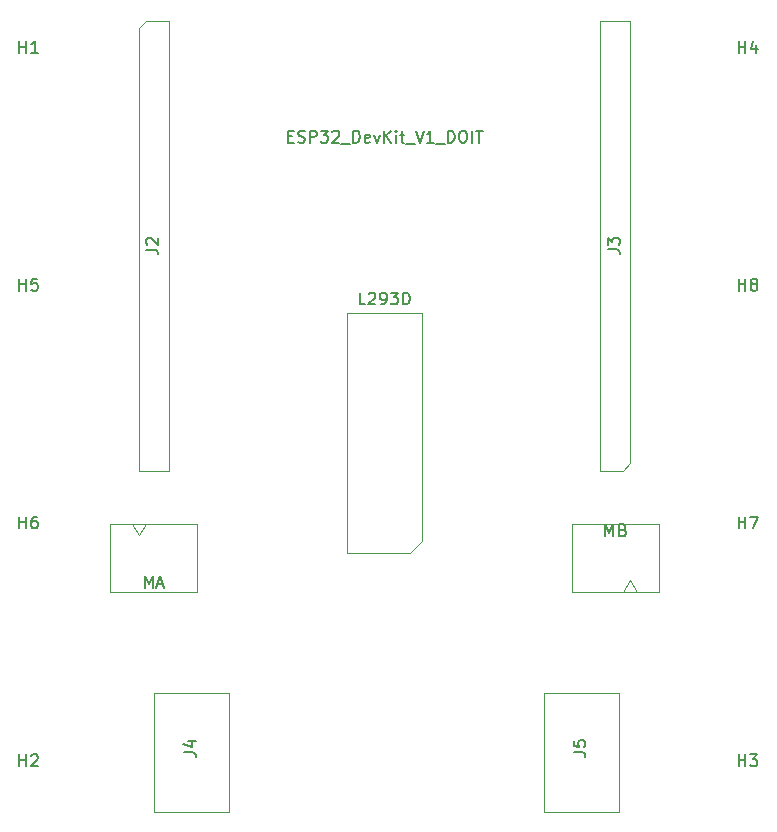
<source format=gbr>
%TF.GenerationSoftware,KiCad,Pcbnew,(7.0.0)*%
%TF.CreationDate,2023-03-13T08:12:35+05:30*%
%TF.ProjectId,Stem,5374656d-2e6b-4696-9361-645f70636258,1.0*%
%TF.SameCoordinates,Original*%
%TF.FileFunction,AssemblyDrawing,Top*%
%FSLAX46Y46*%
G04 Gerber Fmt 4.6, Leading zero omitted, Abs format (unit mm)*
G04 Created by KiCad (PCBNEW (7.0.0)) date 2023-03-13 08:12:35*
%MOMM*%
%LPD*%
G01*
G04 APERTURE LIST*
%ADD10C,0.150000*%
%ADD11C,0.100000*%
G04 APERTURE END LIST*
D10*
%TO.C,H3*%
X177218095Y-108187380D02*
X177218095Y-107187380D01*
X177218095Y-107663571D02*
X177789523Y-107663571D01*
X177789523Y-108187380D02*
X177789523Y-107187380D01*
X178170476Y-107187380D02*
X178789523Y-107187380D01*
X178789523Y-107187380D02*
X178456190Y-107568333D01*
X178456190Y-107568333D02*
X178599047Y-107568333D01*
X178599047Y-107568333D02*
X178694285Y-107615952D01*
X178694285Y-107615952D02*
X178741904Y-107663571D01*
X178741904Y-107663571D02*
X178789523Y-107758809D01*
X178789523Y-107758809D02*
X178789523Y-107996904D01*
X178789523Y-107996904D02*
X178741904Y-108092142D01*
X178741904Y-108092142D02*
X178694285Y-108139761D01*
X178694285Y-108139761D02*
X178599047Y-108187380D01*
X178599047Y-108187380D02*
X178313333Y-108187380D01*
X178313333Y-108187380D02*
X178218095Y-108139761D01*
X178218095Y-108139761D02*
X178170476Y-108092142D01*
%TO.C,J3*%
X166140880Y-64433333D02*
X166855166Y-64433333D01*
X166855166Y-64433333D02*
X166998023Y-64480952D01*
X166998023Y-64480952D02*
X167093261Y-64576190D01*
X167093261Y-64576190D02*
X167140880Y-64719047D01*
X167140880Y-64719047D02*
X167140880Y-64814285D01*
X166140880Y-64052380D02*
X166140880Y-63433333D01*
X166140880Y-63433333D02*
X166521833Y-63766666D01*
X166521833Y-63766666D02*
X166521833Y-63623809D01*
X166521833Y-63623809D02*
X166569452Y-63528571D01*
X166569452Y-63528571D02*
X166617071Y-63480952D01*
X166617071Y-63480952D02*
X166712309Y-63433333D01*
X166712309Y-63433333D02*
X166950404Y-63433333D01*
X166950404Y-63433333D02*
X167045642Y-63480952D01*
X167045642Y-63480952D02*
X167093261Y-63528571D01*
X167093261Y-63528571D02*
X167140880Y-63623809D01*
X167140880Y-63623809D02*
X167140880Y-63909523D01*
X167140880Y-63909523D02*
X167093261Y-64004761D01*
X167093261Y-64004761D02*
X167045642Y-64052380D01*
%TO.C,U2*%
X139063333Y-54853571D02*
X139396666Y-54853571D01*
X139539523Y-55377380D02*
X139063333Y-55377380D01*
X139063333Y-55377380D02*
X139063333Y-54377380D01*
X139063333Y-54377380D02*
X139539523Y-54377380D01*
X139920476Y-55329761D02*
X140063333Y-55377380D01*
X140063333Y-55377380D02*
X140301428Y-55377380D01*
X140301428Y-55377380D02*
X140396666Y-55329761D01*
X140396666Y-55329761D02*
X140444285Y-55282142D01*
X140444285Y-55282142D02*
X140491904Y-55186904D01*
X140491904Y-55186904D02*
X140491904Y-55091666D01*
X140491904Y-55091666D02*
X140444285Y-54996428D01*
X140444285Y-54996428D02*
X140396666Y-54948809D01*
X140396666Y-54948809D02*
X140301428Y-54901190D01*
X140301428Y-54901190D02*
X140110952Y-54853571D01*
X140110952Y-54853571D02*
X140015714Y-54805952D01*
X140015714Y-54805952D02*
X139968095Y-54758333D01*
X139968095Y-54758333D02*
X139920476Y-54663095D01*
X139920476Y-54663095D02*
X139920476Y-54567857D01*
X139920476Y-54567857D02*
X139968095Y-54472619D01*
X139968095Y-54472619D02*
X140015714Y-54425000D01*
X140015714Y-54425000D02*
X140110952Y-54377380D01*
X140110952Y-54377380D02*
X140349047Y-54377380D01*
X140349047Y-54377380D02*
X140491904Y-54425000D01*
X140920476Y-55377380D02*
X140920476Y-54377380D01*
X140920476Y-54377380D02*
X141301428Y-54377380D01*
X141301428Y-54377380D02*
X141396666Y-54425000D01*
X141396666Y-54425000D02*
X141444285Y-54472619D01*
X141444285Y-54472619D02*
X141491904Y-54567857D01*
X141491904Y-54567857D02*
X141491904Y-54710714D01*
X141491904Y-54710714D02*
X141444285Y-54805952D01*
X141444285Y-54805952D02*
X141396666Y-54853571D01*
X141396666Y-54853571D02*
X141301428Y-54901190D01*
X141301428Y-54901190D02*
X140920476Y-54901190D01*
X141825238Y-54377380D02*
X142444285Y-54377380D01*
X142444285Y-54377380D02*
X142110952Y-54758333D01*
X142110952Y-54758333D02*
X142253809Y-54758333D01*
X142253809Y-54758333D02*
X142349047Y-54805952D01*
X142349047Y-54805952D02*
X142396666Y-54853571D01*
X142396666Y-54853571D02*
X142444285Y-54948809D01*
X142444285Y-54948809D02*
X142444285Y-55186904D01*
X142444285Y-55186904D02*
X142396666Y-55282142D01*
X142396666Y-55282142D02*
X142349047Y-55329761D01*
X142349047Y-55329761D02*
X142253809Y-55377380D01*
X142253809Y-55377380D02*
X141968095Y-55377380D01*
X141968095Y-55377380D02*
X141872857Y-55329761D01*
X141872857Y-55329761D02*
X141825238Y-55282142D01*
X142825238Y-54472619D02*
X142872857Y-54425000D01*
X142872857Y-54425000D02*
X142968095Y-54377380D01*
X142968095Y-54377380D02*
X143206190Y-54377380D01*
X143206190Y-54377380D02*
X143301428Y-54425000D01*
X143301428Y-54425000D02*
X143349047Y-54472619D01*
X143349047Y-54472619D02*
X143396666Y-54567857D01*
X143396666Y-54567857D02*
X143396666Y-54663095D01*
X143396666Y-54663095D02*
X143349047Y-54805952D01*
X143349047Y-54805952D02*
X142777619Y-55377380D01*
X142777619Y-55377380D02*
X143396666Y-55377380D01*
X143587143Y-55472619D02*
X144349047Y-55472619D01*
X144587143Y-55377380D02*
X144587143Y-54377380D01*
X144587143Y-54377380D02*
X144825238Y-54377380D01*
X144825238Y-54377380D02*
X144968095Y-54425000D01*
X144968095Y-54425000D02*
X145063333Y-54520238D01*
X145063333Y-54520238D02*
X145110952Y-54615476D01*
X145110952Y-54615476D02*
X145158571Y-54805952D01*
X145158571Y-54805952D02*
X145158571Y-54948809D01*
X145158571Y-54948809D02*
X145110952Y-55139285D01*
X145110952Y-55139285D02*
X145063333Y-55234523D01*
X145063333Y-55234523D02*
X144968095Y-55329761D01*
X144968095Y-55329761D02*
X144825238Y-55377380D01*
X144825238Y-55377380D02*
X144587143Y-55377380D01*
X145968095Y-55329761D02*
X145872857Y-55377380D01*
X145872857Y-55377380D02*
X145682381Y-55377380D01*
X145682381Y-55377380D02*
X145587143Y-55329761D01*
X145587143Y-55329761D02*
X145539524Y-55234523D01*
X145539524Y-55234523D02*
X145539524Y-54853571D01*
X145539524Y-54853571D02*
X145587143Y-54758333D01*
X145587143Y-54758333D02*
X145682381Y-54710714D01*
X145682381Y-54710714D02*
X145872857Y-54710714D01*
X145872857Y-54710714D02*
X145968095Y-54758333D01*
X145968095Y-54758333D02*
X146015714Y-54853571D01*
X146015714Y-54853571D02*
X146015714Y-54948809D01*
X146015714Y-54948809D02*
X145539524Y-55044047D01*
X146349048Y-54710714D02*
X146587143Y-55377380D01*
X146587143Y-55377380D02*
X146825238Y-54710714D01*
X147206191Y-55377380D02*
X147206191Y-54377380D01*
X147777619Y-55377380D02*
X147349048Y-54805952D01*
X147777619Y-54377380D02*
X147206191Y-54948809D01*
X148206191Y-55377380D02*
X148206191Y-54710714D01*
X148206191Y-54377380D02*
X148158572Y-54425000D01*
X148158572Y-54425000D02*
X148206191Y-54472619D01*
X148206191Y-54472619D02*
X148253810Y-54425000D01*
X148253810Y-54425000D02*
X148206191Y-54377380D01*
X148206191Y-54377380D02*
X148206191Y-54472619D01*
X148539524Y-54710714D02*
X148920476Y-54710714D01*
X148682381Y-54377380D02*
X148682381Y-55234523D01*
X148682381Y-55234523D02*
X148730000Y-55329761D01*
X148730000Y-55329761D02*
X148825238Y-55377380D01*
X148825238Y-55377380D02*
X148920476Y-55377380D01*
X149015715Y-55472619D02*
X149777619Y-55472619D01*
X149872858Y-54377380D02*
X150206191Y-55377380D01*
X150206191Y-55377380D02*
X150539524Y-54377380D01*
X151396667Y-55377380D02*
X150825239Y-55377380D01*
X151110953Y-55377380D02*
X151110953Y-54377380D01*
X151110953Y-54377380D02*
X151015715Y-54520238D01*
X151015715Y-54520238D02*
X150920477Y-54615476D01*
X150920477Y-54615476D02*
X150825239Y-54663095D01*
X151587144Y-55472619D02*
X152349048Y-55472619D01*
X152587144Y-55377380D02*
X152587144Y-54377380D01*
X152587144Y-54377380D02*
X152825239Y-54377380D01*
X152825239Y-54377380D02*
X152968096Y-54425000D01*
X152968096Y-54425000D02*
X153063334Y-54520238D01*
X153063334Y-54520238D02*
X153110953Y-54615476D01*
X153110953Y-54615476D02*
X153158572Y-54805952D01*
X153158572Y-54805952D02*
X153158572Y-54948809D01*
X153158572Y-54948809D02*
X153110953Y-55139285D01*
X153110953Y-55139285D02*
X153063334Y-55234523D01*
X153063334Y-55234523D02*
X152968096Y-55329761D01*
X152968096Y-55329761D02*
X152825239Y-55377380D01*
X152825239Y-55377380D02*
X152587144Y-55377380D01*
X153777620Y-54377380D02*
X153968096Y-54377380D01*
X153968096Y-54377380D02*
X154063334Y-54425000D01*
X154063334Y-54425000D02*
X154158572Y-54520238D01*
X154158572Y-54520238D02*
X154206191Y-54710714D01*
X154206191Y-54710714D02*
X154206191Y-55044047D01*
X154206191Y-55044047D02*
X154158572Y-55234523D01*
X154158572Y-55234523D02*
X154063334Y-55329761D01*
X154063334Y-55329761D02*
X153968096Y-55377380D01*
X153968096Y-55377380D02*
X153777620Y-55377380D01*
X153777620Y-55377380D02*
X153682382Y-55329761D01*
X153682382Y-55329761D02*
X153587144Y-55234523D01*
X153587144Y-55234523D02*
X153539525Y-55044047D01*
X153539525Y-55044047D02*
X153539525Y-54710714D01*
X153539525Y-54710714D02*
X153587144Y-54520238D01*
X153587144Y-54520238D02*
X153682382Y-54425000D01*
X153682382Y-54425000D02*
X153777620Y-54377380D01*
X154634763Y-55377380D02*
X154634763Y-54377380D01*
X154968096Y-54377380D02*
X155539524Y-54377380D01*
X155253810Y-55377380D02*
X155253810Y-54377380D01*
%TO.C,H7*%
X177218095Y-88054046D02*
X177218095Y-87054046D01*
X177218095Y-87530237D02*
X177789523Y-87530237D01*
X177789523Y-88054046D02*
X177789523Y-87054046D01*
X178170476Y-87054046D02*
X178837142Y-87054046D01*
X178837142Y-87054046D02*
X178408571Y-88054046D01*
%TO.C,H8*%
X177218095Y-67920713D02*
X177218095Y-66920713D01*
X177218095Y-67396904D02*
X177789523Y-67396904D01*
X177789523Y-67920713D02*
X177789523Y-66920713D01*
X178408571Y-67349285D02*
X178313333Y-67301666D01*
X178313333Y-67301666D02*
X178265714Y-67254047D01*
X178265714Y-67254047D02*
X178218095Y-67158809D01*
X178218095Y-67158809D02*
X178218095Y-67111190D01*
X178218095Y-67111190D02*
X178265714Y-67015952D01*
X178265714Y-67015952D02*
X178313333Y-66968333D01*
X178313333Y-66968333D02*
X178408571Y-66920713D01*
X178408571Y-66920713D02*
X178599047Y-66920713D01*
X178599047Y-66920713D02*
X178694285Y-66968333D01*
X178694285Y-66968333D02*
X178741904Y-67015952D01*
X178741904Y-67015952D02*
X178789523Y-67111190D01*
X178789523Y-67111190D02*
X178789523Y-67158809D01*
X178789523Y-67158809D02*
X178741904Y-67254047D01*
X178741904Y-67254047D02*
X178694285Y-67301666D01*
X178694285Y-67301666D02*
X178599047Y-67349285D01*
X178599047Y-67349285D02*
X178408571Y-67349285D01*
X178408571Y-67349285D02*
X178313333Y-67396904D01*
X178313333Y-67396904D02*
X178265714Y-67444523D01*
X178265714Y-67444523D02*
X178218095Y-67539761D01*
X178218095Y-67539761D02*
X178218095Y-67730237D01*
X178218095Y-67730237D02*
X178265714Y-67825475D01*
X178265714Y-67825475D02*
X178313333Y-67873094D01*
X178313333Y-67873094D02*
X178408571Y-67920713D01*
X178408571Y-67920713D02*
X178599047Y-67920713D01*
X178599047Y-67920713D02*
X178694285Y-67873094D01*
X178694285Y-67873094D02*
X178741904Y-67825475D01*
X178741904Y-67825475D02*
X178789523Y-67730237D01*
X178789523Y-67730237D02*
X178789523Y-67539761D01*
X178789523Y-67539761D02*
X178741904Y-67444523D01*
X178741904Y-67444523D02*
X178694285Y-67396904D01*
X178694285Y-67396904D02*
X178599047Y-67349285D01*
%TO.C,H4*%
X177218095Y-47787380D02*
X177218095Y-46787380D01*
X177218095Y-47263571D02*
X177789523Y-47263571D01*
X177789523Y-47787380D02*
X177789523Y-46787380D01*
X178694285Y-47120714D02*
X178694285Y-47787380D01*
X178456190Y-46739761D02*
X178218095Y-47454047D01*
X178218095Y-47454047D02*
X178837142Y-47454047D01*
%TO.C,H2*%
X116318095Y-108187380D02*
X116318095Y-107187380D01*
X116318095Y-107663571D02*
X116889523Y-107663571D01*
X116889523Y-108187380D02*
X116889523Y-107187380D01*
X117318095Y-107282619D02*
X117365714Y-107235000D01*
X117365714Y-107235000D02*
X117460952Y-107187380D01*
X117460952Y-107187380D02*
X117699047Y-107187380D01*
X117699047Y-107187380D02*
X117794285Y-107235000D01*
X117794285Y-107235000D02*
X117841904Y-107282619D01*
X117841904Y-107282619D02*
X117889523Y-107377857D01*
X117889523Y-107377857D02*
X117889523Y-107473095D01*
X117889523Y-107473095D02*
X117841904Y-107615952D01*
X117841904Y-107615952D02*
X117270476Y-108187380D01*
X117270476Y-108187380D02*
X117889523Y-108187380D01*
%TO.C,H1*%
X116318095Y-47787380D02*
X116318095Y-46787380D01*
X116318095Y-47263571D02*
X116889523Y-47263571D01*
X116889523Y-47787380D02*
X116889523Y-46787380D01*
X117889523Y-47787380D02*
X117318095Y-47787380D01*
X117603809Y-47787380D02*
X117603809Y-46787380D01*
X117603809Y-46787380D02*
X117508571Y-46930238D01*
X117508571Y-46930238D02*
X117413333Y-47025476D01*
X117413333Y-47025476D02*
X117318095Y-47073095D01*
%TO.C,H5*%
X116318095Y-67920713D02*
X116318095Y-66920713D01*
X116318095Y-67396904D02*
X116889523Y-67396904D01*
X116889523Y-67920713D02*
X116889523Y-66920713D01*
X117841904Y-66920713D02*
X117365714Y-66920713D01*
X117365714Y-66920713D02*
X117318095Y-67396904D01*
X117318095Y-67396904D02*
X117365714Y-67349285D01*
X117365714Y-67349285D02*
X117460952Y-67301666D01*
X117460952Y-67301666D02*
X117699047Y-67301666D01*
X117699047Y-67301666D02*
X117794285Y-67349285D01*
X117794285Y-67349285D02*
X117841904Y-67396904D01*
X117841904Y-67396904D02*
X117889523Y-67492142D01*
X117889523Y-67492142D02*
X117889523Y-67730237D01*
X117889523Y-67730237D02*
X117841904Y-67825475D01*
X117841904Y-67825475D02*
X117794285Y-67873094D01*
X117794285Y-67873094D02*
X117699047Y-67920713D01*
X117699047Y-67920713D02*
X117460952Y-67920713D01*
X117460952Y-67920713D02*
X117365714Y-67873094D01*
X117365714Y-67873094D02*
X117318095Y-67825475D01*
%TO.C,H6*%
X116318095Y-88054046D02*
X116318095Y-87054046D01*
X116318095Y-87530237D02*
X116889523Y-87530237D01*
X116889523Y-88054046D02*
X116889523Y-87054046D01*
X117794285Y-87054046D02*
X117603809Y-87054046D01*
X117603809Y-87054046D02*
X117508571Y-87101666D01*
X117508571Y-87101666D02*
X117460952Y-87149285D01*
X117460952Y-87149285D02*
X117365714Y-87292142D01*
X117365714Y-87292142D02*
X117318095Y-87482618D01*
X117318095Y-87482618D02*
X117318095Y-87863570D01*
X117318095Y-87863570D02*
X117365714Y-87958808D01*
X117365714Y-87958808D02*
X117413333Y-88006427D01*
X117413333Y-88006427D02*
X117508571Y-88054046D01*
X117508571Y-88054046D02*
X117699047Y-88054046D01*
X117699047Y-88054046D02*
X117794285Y-88006427D01*
X117794285Y-88006427D02*
X117841904Y-87958808D01*
X117841904Y-87958808D02*
X117889523Y-87863570D01*
X117889523Y-87863570D02*
X117889523Y-87625475D01*
X117889523Y-87625475D02*
X117841904Y-87530237D01*
X117841904Y-87530237D02*
X117794285Y-87482618D01*
X117794285Y-87482618D02*
X117699047Y-87434999D01*
X117699047Y-87434999D02*
X117508571Y-87434999D01*
X117508571Y-87434999D02*
X117413333Y-87482618D01*
X117413333Y-87482618D02*
X117365714Y-87530237D01*
X117365714Y-87530237D02*
X117318095Y-87625475D01*
%TO.C,MA*%
X126924595Y-93062380D02*
X126924595Y-92062380D01*
X126924595Y-92062380D02*
X127257928Y-92776666D01*
X127257928Y-92776666D02*
X127591261Y-92062380D01*
X127591261Y-92062380D02*
X127591261Y-93062380D01*
X128019833Y-92776666D02*
X128496023Y-92776666D01*
X127924595Y-93062380D02*
X128257928Y-92062380D01*
X128257928Y-92062380D02*
X128591261Y-93062380D01*
%TO.C,J4*%
X130247380Y-106988333D02*
X130961666Y-106988333D01*
X130961666Y-106988333D02*
X131104523Y-107035952D01*
X131104523Y-107035952D02*
X131199761Y-107131190D01*
X131199761Y-107131190D02*
X131247380Y-107274047D01*
X131247380Y-107274047D02*
X131247380Y-107369285D01*
X130580714Y-106083571D02*
X131247380Y-106083571D01*
X130199761Y-106321666D02*
X130914047Y-106559761D01*
X130914047Y-106559761D02*
X130914047Y-105940714D01*
%TO.C,J5*%
X163247380Y-106988333D02*
X163961666Y-106988333D01*
X163961666Y-106988333D02*
X164104523Y-107035952D01*
X164104523Y-107035952D02*
X164199761Y-107131190D01*
X164199761Y-107131190D02*
X164247380Y-107274047D01*
X164247380Y-107274047D02*
X164247380Y-107369285D01*
X163247380Y-106035952D02*
X163247380Y-106512142D01*
X163247380Y-106512142D02*
X163723571Y-106559761D01*
X163723571Y-106559761D02*
X163675952Y-106512142D01*
X163675952Y-106512142D02*
X163628333Y-106416904D01*
X163628333Y-106416904D02*
X163628333Y-106178809D01*
X163628333Y-106178809D02*
X163675952Y-106083571D01*
X163675952Y-106083571D02*
X163723571Y-106035952D01*
X163723571Y-106035952D02*
X163818809Y-105988333D01*
X163818809Y-105988333D02*
X164056904Y-105988333D01*
X164056904Y-105988333D02*
X164152142Y-106035952D01*
X164152142Y-106035952D02*
X164199761Y-106083571D01*
X164199761Y-106083571D02*
X164247380Y-106178809D01*
X164247380Y-106178809D02*
X164247380Y-106416904D01*
X164247380Y-106416904D02*
X164199761Y-106512142D01*
X164199761Y-106512142D02*
X164152142Y-106559761D01*
%TO.C,U1*%
X145600952Y-69077380D02*
X145124762Y-69077380D01*
X145124762Y-69077380D02*
X145124762Y-68077380D01*
X145886667Y-68172619D02*
X145934286Y-68125000D01*
X145934286Y-68125000D02*
X146029524Y-68077380D01*
X146029524Y-68077380D02*
X146267619Y-68077380D01*
X146267619Y-68077380D02*
X146362857Y-68125000D01*
X146362857Y-68125000D02*
X146410476Y-68172619D01*
X146410476Y-68172619D02*
X146458095Y-68267857D01*
X146458095Y-68267857D02*
X146458095Y-68363095D01*
X146458095Y-68363095D02*
X146410476Y-68505952D01*
X146410476Y-68505952D02*
X145839048Y-69077380D01*
X145839048Y-69077380D02*
X146458095Y-69077380D01*
X146934286Y-69077380D02*
X147124762Y-69077380D01*
X147124762Y-69077380D02*
X147220000Y-69029761D01*
X147220000Y-69029761D02*
X147267619Y-68982142D01*
X147267619Y-68982142D02*
X147362857Y-68839285D01*
X147362857Y-68839285D02*
X147410476Y-68648809D01*
X147410476Y-68648809D02*
X147410476Y-68267857D01*
X147410476Y-68267857D02*
X147362857Y-68172619D01*
X147362857Y-68172619D02*
X147315238Y-68125000D01*
X147315238Y-68125000D02*
X147220000Y-68077380D01*
X147220000Y-68077380D02*
X147029524Y-68077380D01*
X147029524Y-68077380D02*
X146934286Y-68125000D01*
X146934286Y-68125000D02*
X146886667Y-68172619D01*
X146886667Y-68172619D02*
X146839048Y-68267857D01*
X146839048Y-68267857D02*
X146839048Y-68505952D01*
X146839048Y-68505952D02*
X146886667Y-68601190D01*
X146886667Y-68601190D02*
X146934286Y-68648809D01*
X146934286Y-68648809D02*
X147029524Y-68696428D01*
X147029524Y-68696428D02*
X147220000Y-68696428D01*
X147220000Y-68696428D02*
X147315238Y-68648809D01*
X147315238Y-68648809D02*
X147362857Y-68601190D01*
X147362857Y-68601190D02*
X147410476Y-68505952D01*
X147743810Y-68077380D02*
X148362857Y-68077380D01*
X148362857Y-68077380D02*
X148029524Y-68458333D01*
X148029524Y-68458333D02*
X148172381Y-68458333D01*
X148172381Y-68458333D02*
X148267619Y-68505952D01*
X148267619Y-68505952D02*
X148315238Y-68553571D01*
X148315238Y-68553571D02*
X148362857Y-68648809D01*
X148362857Y-68648809D02*
X148362857Y-68886904D01*
X148362857Y-68886904D02*
X148315238Y-68982142D01*
X148315238Y-68982142D02*
X148267619Y-69029761D01*
X148267619Y-69029761D02*
X148172381Y-69077380D01*
X148172381Y-69077380D02*
X147886667Y-69077380D01*
X147886667Y-69077380D02*
X147791429Y-69029761D01*
X147791429Y-69029761D02*
X147743810Y-68982142D01*
X148791429Y-69077380D02*
X148791429Y-68077380D01*
X148791429Y-68077380D02*
X149029524Y-68077380D01*
X149029524Y-68077380D02*
X149172381Y-68125000D01*
X149172381Y-68125000D02*
X149267619Y-68220238D01*
X149267619Y-68220238D02*
X149315238Y-68315476D01*
X149315238Y-68315476D02*
X149362857Y-68505952D01*
X149362857Y-68505952D02*
X149362857Y-68648809D01*
X149362857Y-68648809D02*
X149315238Y-68839285D01*
X149315238Y-68839285D02*
X149267619Y-68934523D01*
X149267619Y-68934523D02*
X149172381Y-69029761D01*
X149172381Y-69029761D02*
X149029524Y-69077380D01*
X149029524Y-69077380D02*
X148791429Y-69077380D01*
%TO.C,J2*%
X127053880Y-64443333D02*
X127768166Y-64443333D01*
X127768166Y-64443333D02*
X127911023Y-64490952D01*
X127911023Y-64490952D02*
X128006261Y-64586190D01*
X128006261Y-64586190D02*
X128053880Y-64729047D01*
X128053880Y-64729047D02*
X128053880Y-64824285D01*
X127149119Y-64014761D02*
X127101500Y-63967142D01*
X127101500Y-63967142D02*
X127053880Y-63871904D01*
X127053880Y-63871904D02*
X127053880Y-63633809D01*
X127053880Y-63633809D02*
X127101500Y-63538571D01*
X127101500Y-63538571D02*
X127149119Y-63490952D01*
X127149119Y-63490952D02*
X127244357Y-63443333D01*
X127244357Y-63443333D02*
X127339595Y-63443333D01*
X127339595Y-63443333D02*
X127482452Y-63490952D01*
X127482452Y-63490952D02*
X128053880Y-64062380D01*
X128053880Y-64062380D02*
X128053880Y-63443333D01*
%TO.C,MB*%
X165940167Y-88712380D02*
X165940167Y-87712380D01*
X165940167Y-87712380D02*
X166273500Y-88426666D01*
X166273500Y-88426666D02*
X166606833Y-87712380D01*
X166606833Y-87712380D02*
X166606833Y-88712380D01*
X167416357Y-88188571D02*
X167559214Y-88236190D01*
X167559214Y-88236190D02*
X167606833Y-88283809D01*
X167606833Y-88283809D02*
X167654452Y-88379047D01*
X167654452Y-88379047D02*
X167654452Y-88521904D01*
X167654452Y-88521904D02*
X167606833Y-88617142D01*
X167606833Y-88617142D02*
X167559214Y-88664761D01*
X167559214Y-88664761D02*
X167463976Y-88712380D01*
X167463976Y-88712380D02*
X167083024Y-88712380D01*
X167083024Y-88712380D02*
X167083024Y-87712380D01*
X167083024Y-87712380D02*
X167416357Y-87712380D01*
X167416357Y-87712380D02*
X167511595Y-87760000D01*
X167511595Y-87760000D02*
X167559214Y-87807619D01*
X167559214Y-87807619D02*
X167606833Y-87902857D01*
X167606833Y-87902857D02*
X167606833Y-87998095D01*
X167606833Y-87998095D02*
X167559214Y-88093333D01*
X167559214Y-88093333D02*
X167511595Y-88140952D01*
X167511595Y-88140952D02*
X167416357Y-88188571D01*
X167416357Y-88188571D02*
X167083024Y-88188571D01*
D11*
%TO.C,J3*%
X168043500Y-82515000D02*
X167408500Y-83150000D01*
X168043500Y-45050000D02*
X168043500Y-82515000D01*
X165503500Y-83150000D02*
X165503500Y-45050000D01*
X167408500Y-83150000D02*
X165503500Y-83150000D01*
X165503500Y-45050000D02*
X168043500Y-45050000D01*
%TO.C,MA*%
X125811500Y-87645000D02*
X126436500Y-88645000D01*
X131386500Y-87645000D02*
X123986500Y-87645000D01*
X123986500Y-93395000D02*
X131386500Y-93395000D01*
X131386500Y-93395000D02*
X131386500Y-87645000D01*
X123986500Y-87645000D02*
X123986500Y-93395000D01*
X126436500Y-88645000D02*
X127061500Y-87645000D01*
%TO.C,J4*%
X127710000Y-112025000D02*
X127710000Y-102015000D01*
X127710000Y-112025000D02*
X134050000Y-112025000D01*
X127710000Y-102015000D02*
X134050000Y-102015000D01*
X134050000Y-112025000D02*
X134050000Y-102015000D01*
%TO.C,J5*%
X160710000Y-102015000D02*
X167050000Y-102015000D01*
X160710000Y-112025000D02*
X160710000Y-102015000D01*
X167050000Y-112025000D02*
X167050000Y-102015000D01*
X160710000Y-112025000D02*
X167050000Y-112025000D01*
%TO.C,U1*%
X150395000Y-69770000D02*
X150395000Y-89090000D01*
X149395000Y-90090000D02*
X144045000Y-90090000D01*
X144045000Y-90090000D02*
X144045000Y-69770000D01*
X150395000Y-89090000D02*
X149395000Y-90090000D01*
X144045000Y-69770000D02*
X150395000Y-69770000D01*
%TO.C,J2*%
X126416500Y-83160000D02*
X126416500Y-45695000D01*
X126416500Y-45695000D02*
X127051500Y-45060000D01*
X128956500Y-83160000D02*
X126416500Y-83160000D01*
X128956500Y-45060000D02*
X128956500Y-83160000D01*
X127051500Y-45060000D02*
X128956500Y-45060000D01*
%TO.C,MB*%
X170473500Y-87645000D02*
X163073500Y-87645000D01*
X170473500Y-93395000D02*
X170473500Y-87645000D01*
X163073500Y-93395000D02*
X170473500Y-93395000D01*
X168023500Y-92395000D02*
X167398500Y-93395000D01*
X163073500Y-87645000D02*
X163073500Y-93395000D01*
X168648500Y-93395000D02*
X168023500Y-92395000D01*
%TD*%
M02*

</source>
